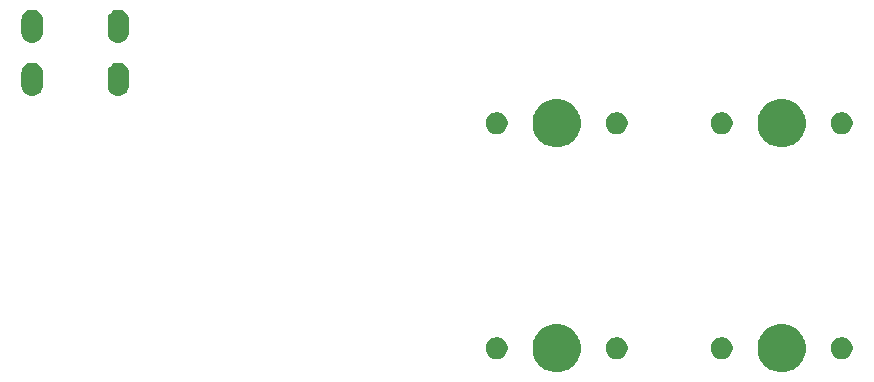
<source format=gts>
G04 #@! TF.GenerationSoftware,KiCad,Pcbnew,(5.1.4)-1*
G04 #@! TF.CreationDate,2021-03-02T11:58:11-08:00*
G04 #@! TF.ProjectId,NMB-75,4e4d422d-3735-42e6-9b69-6361645f7063,rev?*
G04 #@! TF.SameCoordinates,Original*
G04 #@! TF.FileFunction,Soldermask,Top*
G04 #@! TF.FilePolarity,Negative*
%FSLAX46Y46*%
G04 Gerber Fmt 4.6, Leading zero omitted, Abs format (unit mm)*
G04 Created by KiCad (PCBNEW (5.1.4)-1) date 2021-03-02 11:58:11*
%MOMM*%
%LPD*%
G04 APERTURE LIST*
%ADD10C,0.100000*%
G04 APERTURE END LIST*
D10*
G36*
X138264474Y-108809434D02*
G01*
X138482474Y-108899733D01*
X138636623Y-108963583D01*
X138971548Y-109187373D01*
X139256377Y-109472202D01*
X139480167Y-109807127D01*
X139512562Y-109885336D01*
X139634316Y-110179276D01*
X139712900Y-110574344D01*
X139712900Y-110977156D01*
X139634316Y-111372224D01*
X139583451Y-111495022D01*
X139480167Y-111744373D01*
X139256377Y-112079298D01*
X138971548Y-112364127D01*
X138636623Y-112587917D01*
X138482474Y-112651767D01*
X138264474Y-112742066D01*
X137869406Y-112820650D01*
X137466594Y-112820650D01*
X137071526Y-112742066D01*
X136853526Y-112651767D01*
X136699377Y-112587917D01*
X136364452Y-112364127D01*
X136079623Y-112079298D01*
X135855833Y-111744373D01*
X135752549Y-111495022D01*
X135701684Y-111372224D01*
X135623100Y-110977156D01*
X135623100Y-110574344D01*
X135701684Y-110179276D01*
X135823438Y-109885336D01*
X135855833Y-109807127D01*
X136079623Y-109472202D01*
X136364452Y-109187373D01*
X136699377Y-108963583D01*
X136853526Y-108899733D01*
X137071526Y-108809434D01*
X137466594Y-108730850D01*
X137869406Y-108730850D01*
X138264474Y-108809434D01*
X138264474Y-108809434D01*
G37*
G36*
X157314474Y-108809434D02*
G01*
X157532474Y-108899733D01*
X157686623Y-108963583D01*
X158021548Y-109187373D01*
X158306377Y-109472202D01*
X158530167Y-109807127D01*
X158562562Y-109885336D01*
X158684316Y-110179276D01*
X158762900Y-110574344D01*
X158762900Y-110977156D01*
X158684316Y-111372224D01*
X158633451Y-111495022D01*
X158530167Y-111744373D01*
X158306377Y-112079298D01*
X158021548Y-112364127D01*
X157686623Y-112587917D01*
X157532474Y-112651767D01*
X157314474Y-112742066D01*
X156919406Y-112820650D01*
X156516594Y-112820650D01*
X156121526Y-112742066D01*
X155903526Y-112651767D01*
X155749377Y-112587917D01*
X155414452Y-112364127D01*
X155129623Y-112079298D01*
X154905833Y-111744373D01*
X154802549Y-111495022D01*
X154751684Y-111372224D01*
X154673100Y-110977156D01*
X154673100Y-110574344D01*
X154751684Y-110179276D01*
X154873438Y-109885336D01*
X154905833Y-109807127D01*
X155129623Y-109472202D01*
X155414452Y-109187373D01*
X155749377Y-108963583D01*
X155903526Y-108899733D01*
X156121526Y-108809434D01*
X156516594Y-108730850D01*
X156919406Y-108730850D01*
X157314474Y-108809434D01*
X157314474Y-108809434D01*
G37*
G36*
X162068104Y-109885335D02*
G01*
X162236626Y-109955139D01*
X162388291Y-110056478D01*
X162517272Y-110185459D01*
X162618611Y-110337124D01*
X162688415Y-110505646D01*
X162724000Y-110684547D01*
X162724000Y-110866953D01*
X162688415Y-111045854D01*
X162618611Y-111214376D01*
X162517272Y-111366041D01*
X162388291Y-111495022D01*
X162236626Y-111596361D01*
X162068104Y-111666165D01*
X161889203Y-111701750D01*
X161706797Y-111701750D01*
X161527896Y-111666165D01*
X161359374Y-111596361D01*
X161207709Y-111495022D01*
X161078728Y-111366041D01*
X160977389Y-111214376D01*
X160907585Y-111045854D01*
X160872000Y-110866953D01*
X160872000Y-110684547D01*
X160907585Y-110505646D01*
X160977389Y-110337124D01*
X161078728Y-110185459D01*
X161207709Y-110056478D01*
X161359374Y-109955139D01*
X161527896Y-109885335D01*
X161706797Y-109849750D01*
X161889203Y-109849750D01*
X162068104Y-109885335D01*
X162068104Y-109885335D01*
G37*
G36*
X151908104Y-109885335D02*
G01*
X152076626Y-109955139D01*
X152228291Y-110056478D01*
X152357272Y-110185459D01*
X152458611Y-110337124D01*
X152528415Y-110505646D01*
X152564000Y-110684547D01*
X152564000Y-110866953D01*
X152528415Y-111045854D01*
X152458611Y-111214376D01*
X152357272Y-111366041D01*
X152228291Y-111495022D01*
X152076626Y-111596361D01*
X151908104Y-111666165D01*
X151729203Y-111701750D01*
X151546797Y-111701750D01*
X151367896Y-111666165D01*
X151199374Y-111596361D01*
X151047709Y-111495022D01*
X150918728Y-111366041D01*
X150817389Y-111214376D01*
X150747585Y-111045854D01*
X150712000Y-110866953D01*
X150712000Y-110684547D01*
X150747585Y-110505646D01*
X150817389Y-110337124D01*
X150918728Y-110185459D01*
X151047709Y-110056478D01*
X151199374Y-109955139D01*
X151367896Y-109885335D01*
X151546797Y-109849750D01*
X151729203Y-109849750D01*
X151908104Y-109885335D01*
X151908104Y-109885335D01*
G37*
G36*
X143018104Y-109885335D02*
G01*
X143186626Y-109955139D01*
X143338291Y-110056478D01*
X143467272Y-110185459D01*
X143568611Y-110337124D01*
X143638415Y-110505646D01*
X143674000Y-110684547D01*
X143674000Y-110866953D01*
X143638415Y-111045854D01*
X143568611Y-111214376D01*
X143467272Y-111366041D01*
X143338291Y-111495022D01*
X143186626Y-111596361D01*
X143018104Y-111666165D01*
X142839203Y-111701750D01*
X142656797Y-111701750D01*
X142477896Y-111666165D01*
X142309374Y-111596361D01*
X142157709Y-111495022D01*
X142028728Y-111366041D01*
X141927389Y-111214376D01*
X141857585Y-111045854D01*
X141822000Y-110866953D01*
X141822000Y-110684547D01*
X141857585Y-110505646D01*
X141927389Y-110337124D01*
X142028728Y-110185459D01*
X142157709Y-110056478D01*
X142309374Y-109955139D01*
X142477896Y-109885335D01*
X142656797Y-109849750D01*
X142839203Y-109849750D01*
X143018104Y-109885335D01*
X143018104Y-109885335D01*
G37*
G36*
X132858104Y-109885335D02*
G01*
X133026626Y-109955139D01*
X133178291Y-110056478D01*
X133307272Y-110185459D01*
X133408611Y-110337124D01*
X133478415Y-110505646D01*
X133514000Y-110684547D01*
X133514000Y-110866953D01*
X133478415Y-111045854D01*
X133408611Y-111214376D01*
X133307272Y-111366041D01*
X133178291Y-111495022D01*
X133026626Y-111596361D01*
X132858104Y-111666165D01*
X132679203Y-111701750D01*
X132496797Y-111701750D01*
X132317896Y-111666165D01*
X132149374Y-111596361D01*
X131997709Y-111495022D01*
X131868728Y-111366041D01*
X131767389Y-111214376D01*
X131697585Y-111045854D01*
X131662000Y-110866953D01*
X131662000Y-110684547D01*
X131697585Y-110505646D01*
X131767389Y-110337124D01*
X131868728Y-110185459D01*
X131997709Y-110056478D01*
X132149374Y-109955139D01*
X132317896Y-109885335D01*
X132496797Y-109849750D01*
X132679203Y-109849750D01*
X132858104Y-109885335D01*
X132858104Y-109885335D01*
G37*
G36*
X138264474Y-89759434D02*
G01*
X138482474Y-89849733D01*
X138636623Y-89913583D01*
X138971548Y-90137373D01*
X139256377Y-90422202D01*
X139480167Y-90757127D01*
X139512562Y-90835336D01*
X139634316Y-91129276D01*
X139712900Y-91524344D01*
X139712900Y-91927156D01*
X139634316Y-92322224D01*
X139583451Y-92445022D01*
X139480167Y-92694373D01*
X139256377Y-93029298D01*
X138971548Y-93314127D01*
X138636623Y-93537917D01*
X138482474Y-93601767D01*
X138264474Y-93692066D01*
X137869406Y-93770650D01*
X137466594Y-93770650D01*
X137071526Y-93692066D01*
X136853526Y-93601767D01*
X136699377Y-93537917D01*
X136364452Y-93314127D01*
X136079623Y-93029298D01*
X135855833Y-92694373D01*
X135752549Y-92445022D01*
X135701684Y-92322224D01*
X135623100Y-91927156D01*
X135623100Y-91524344D01*
X135701684Y-91129276D01*
X135823438Y-90835336D01*
X135855833Y-90757127D01*
X136079623Y-90422202D01*
X136364452Y-90137373D01*
X136699377Y-89913583D01*
X136853526Y-89849733D01*
X137071526Y-89759434D01*
X137466594Y-89680850D01*
X137869406Y-89680850D01*
X138264474Y-89759434D01*
X138264474Y-89759434D01*
G37*
G36*
X157314474Y-89759434D02*
G01*
X157532474Y-89849733D01*
X157686623Y-89913583D01*
X158021548Y-90137373D01*
X158306377Y-90422202D01*
X158530167Y-90757127D01*
X158562562Y-90835336D01*
X158684316Y-91129276D01*
X158762900Y-91524344D01*
X158762900Y-91927156D01*
X158684316Y-92322224D01*
X158633451Y-92445022D01*
X158530167Y-92694373D01*
X158306377Y-93029298D01*
X158021548Y-93314127D01*
X157686623Y-93537917D01*
X157532474Y-93601767D01*
X157314474Y-93692066D01*
X156919406Y-93770650D01*
X156516594Y-93770650D01*
X156121526Y-93692066D01*
X155903526Y-93601767D01*
X155749377Y-93537917D01*
X155414452Y-93314127D01*
X155129623Y-93029298D01*
X154905833Y-92694373D01*
X154802549Y-92445022D01*
X154751684Y-92322224D01*
X154673100Y-91927156D01*
X154673100Y-91524344D01*
X154751684Y-91129276D01*
X154873438Y-90835336D01*
X154905833Y-90757127D01*
X155129623Y-90422202D01*
X155414452Y-90137373D01*
X155749377Y-89913583D01*
X155903526Y-89849733D01*
X156121526Y-89759434D01*
X156516594Y-89680850D01*
X156919406Y-89680850D01*
X157314474Y-89759434D01*
X157314474Y-89759434D01*
G37*
G36*
X143018104Y-90835335D02*
G01*
X143186626Y-90905139D01*
X143338291Y-91006478D01*
X143467272Y-91135459D01*
X143568611Y-91287124D01*
X143638415Y-91455646D01*
X143674000Y-91634547D01*
X143674000Y-91816953D01*
X143638415Y-91995854D01*
X143568611Y-92164376D01*
X143467272Y-92316041D01*
X143338291Y-92445022D01*
X143186626Y-92546361D01*
X143018104Y-92616165D01*
X142839203Y-92651750D01*
X142656797Y-92651750D01*
X142477896Y-92616165D01*
X142309374Y-92546361D01*
X142157709Y-92445022D01*
X142028728Y-92316041D01*
X141927389Y-92164376D01*
X141857585Y-91995854D01*
X141822000Y-91816953D01*
X141822000Y-91634547D01*
X141857585Y-91455646D01*
X141927389Y-91287124D01*
X142028728Y-91135459D01*
X142157709Y-91006478D01*
X142309374Y-90905139D01*
X142477896Y-90835335D01*
X142656797Y-90799750D01*
X142839203Y-90799750D01*
X143018104Y-90835335D01*
X143018104Y-90835335D01*
G37*
G36*
X132858104Y-90835335D02*
G01*
X133026626Y-90905139D01*
X133178291Y-91006478D01*
X133307272Y-91135459D01*
X133408611Y-91287124D01*
X133478415Y-91455646D01*
X133514000Y-91634547D01*
X133514000Y-91816953D01*
X133478415Y-91995854D01*
X133408611Y-92164376D01*
X133307272Y-92316041D01*
X133178291Y-92445022D01*
X133026626Y-92546361D01*
X132858104Y-92616165D01*
X132679203Y-92651750D01*
X132496797Y-92651750D01*
X132317896Y-92616165D01*
X132149374Y-92546361D01*
X131997709Y-92445022D01*
X131868728Y-92316041D01*
X131767389Y-92164376D01*
X131697585Y-91995854D01*
X131662000Y-91816953D01*
X131662000Y-91634547D01*
X131697585Y-91455646D01*
X131767389Y-91287124D01*
X131868728Y-91135459D01*
X131997709Y-91006478D01*
X132149374Y-90905139D01*
X132317896Y-90835335D01*
X132496797Y-90799750D01*
X132679203Y-90799750D01*
X132858104Y-90835335D01*
X132858104Y-90835335D01*
G37*
G36*
X151908104Y-90835335D02*
G01*
X152076626Y-90905139D01*
X152228291Y-91006478D01*
X152357272Y-91135459D01*
X152458611Y-91287124D01*
X152528415Y-91455646D01*
X152564000Y-91634547D01*
X152564000Y-91816953D01*
X152528415Y-91995854D01*
X152458611Y-92164376D01*
X152357272Y-92316041D01*
X152228291Y-92445022D01*
X152076626Y-92546361D01*
X151908104Y-92616165D01*
X151729203Y-92651750D01*
X151546797Y-92651750D01*
X151367896Y-92616165D01*
X151199374Y-92546361D01*
X151047709Y-92445022D01*
X150918728Y-92316041D01*
X150817389Y-92164376D01*
X150747585Y-91995854D01*
X150712000Y-91816953D01*
X150712000Y-91634547D01*
X150747585Y-91455646D01*
X150817389Y-91287124D01*
X150918728Y-91135459D01*
X151047709Y-91006478D01*
X151199374Y-90905139D01*
X151367896Y-90835335D01*
X151546797Y-90799750D01*
X151729203Y-90799750D01*
X151908104Y-90835335D01*
X151908104Y-90835335D01*
G37*
G36*
X162068104Y-90835335D02*
G01*
X162236626Y-90905139D01*
X162388291Y-91006478D01*
X162517272Y-91135459D01*
X162618611Y-91287124D01*
X162688415Y-91455646D01*
X162724000Y-91634547D01*
X162724000Y-91816953D01*
X162688415Y-91995854D01*
X162618611Y-92164376D01*
X162517272Y-92316041D01*
X162388291Y-92445022D01*
X162236626Y-92546361D01*
X162068104Y-92616165D01*
X161889203Y-92651750D01*
X161706797Y-92651750D01*
X161527896Y-92616165D01*
X161359374Y-92546361D01*
X161207709Y-92445022D01*
X161078728Y-92316041D01*
X160977389Y-92164376D01*
X160907585Y-91995854D01*
X160872000Y-91816953D01*
X160872000Y-91634547D01*
X160907585Y-91455646D01*
X160977389Y-91287124D01*
X161078728Y-91135459D01*
X161207709Y-91006478D01*
X161359374Y-90905139D01*
X161527896Y-90835335D01*
X161706797Y-90799750D01*
X161889203Y-90799750D01*
X162068104Y-90835335D01*
X162068104Y-90835335D01*
G37*
G36*
X93427627Y-86623037D02*
G01*
X93597466Y-86674557D01*
X93753991Y-86758222D01*
X93789729Y-86787552D01*
X93891186Y-86870814D01*
X93974448Y-86972271D01*
X94003778Y-87008009D01*
X94087443Y-87164534D01*
X94138963Y-87334373D01*
X94152000Y-87466742D01*
X94152000Y-88555258D01*
X94138963Y-88687627D01*
X94087443Y-88857466D01*
X94003778Y-89013991D01*
X93974448Y-89049729D01*
X93891186Y-89151186D01*
X93753989Y-89263779D01*
X93597467Y-89347442D01*
X93597465Y-89347443D01*
X93427626Y-89398963D01*
X93251000Y-89416359D01*
X93074373Y-89398963D01*
X92904534Y-89347443D01*
X92748009Y-89263778D01*
X92712271Y-89234448D01*
X92610814Y-89151186D01*
X92498221Y-89013989D01*
X92414558Y-88857467D01*
X92414557Y-88857465D01*
X92363037Y-88687626D01*
X92350000Y-88555257D01*
X92350001Y-87466742D01*
X92363038Y-87334373D01*
X92414558Y-87164534D01*
X92498223Y-87008009D01*
X92527553Y-86972271D01*
X92610815Y-86870814D01*
X92712272Y-86787552D01*
X92748010Y-86758222D01*
X92904535Y-86674557D01*
X93074374Y-86623037D01*
X93251000Y-86605641D01*
X93427627Y-86623037D01*
X93427627Y-86623037D01*
G37*
G36*
X100727627Y-86623037D02*
G01*
X100897466Y-86674557D01*
X101053991Y-86758222D01*
X101089729Y-86787552D01*
X101191186Y-86870814D01*
X101274448Y-86972271D01*
X101303778Y-87008009D01*
X101387443Y-87164534D01*
X101438963Y-87334373D01*
X101452000Y-87466742D01*
X101452000Y-88555258D01*
X101438963Y-88687627D01*
X101387443Y-88857466D01*
X101303778Y-89013991D01*
X101274448Y-89049729D01*
X101191186Y-89151186D01*
X101053989Y-89263779D01*
X100897467Y-89347442D01*
X100897465Y-89347443D01*
X100727626Y-89398963D01*
X100551000Y-89416359D01*
X100374373Y-89398963D01*
X100204534Y-89347443D01*
X100048009Y-89263778D01*
X100012271Y-89234448D01*
X99910814Y-89151186D01*
X99798221Y-89013989D01*
X99714558Y-88857467D01*
X99714557Y-88857465D01*
X99663037Y-88687626D01*
X99650000Y-88555257D01*
X99650001Y-87466742D01*
X99663038Y-87334373D01*
X99714558Y-87164534D01*
X99798223Y-87008009D01*
X99827553Y-86972271D01*
X99910815Y-86870814D01*
X100012272Y-86787552D01*
X100048010Y-86758222D01*
X100204535Y-86674557D01*
X100374374Y-86623037D01*
X100551000Y-86605641D01*
X100727627Y-86623037D01*
X100727627Y-86623037D01*
G37*
G36*
X93427627Y-82123037D02*
G01*
X93597466Y-82174557D01*
X93753991Y-82258222D01*
X93789729Y-82287552D01*
X93891186Y-82370814D01*
X93974448Y-82472271D01*
X94003778Y-82508009D01*
X94087443Y-82664534D01*
X94138963Y-82834373D01*
X94152000Y-82966742D01*
X94152000Y-84055258D01*
X94138963Y-84187627D01*
X94087443Y-84357466D01*
X94003778Y-84513991D01*
X93974448Y-84549729D01*
X93891186Y-84651186D01*
X93753989Y-84763779D01*
X93597467Y-84847442D01*
X93597465Y-84847443D01*
X93427626Y-84898963D01*
X93251000Y-84916359D01*
X93074373Y-84898963D01*
X92904534Y-84847443D01*
X92748009Y-84763778D01*
X92712271Y-84734448D01*
X92610814Y-84651186D01*
X92498221Y-84513989D01*
X92414558Y-84357467D01*
X92414557Y-84357465D01*
X92363037Y-84187626D01*
X92350000Y-84055257D01*
X92350001Y-82966742D01*
X92363038Y-82834373D01*
X92414558Y-82664534D01*
X92498223Y-82508009D01*
X92527553Y-82472271D01*
X92610815Y-82370814D01*
X92712272Y-82287552D01*
X92748010Y-82258222D01*
X92904535Y-82174557D01*
X93074374Y-82123037D01*
X93251000Y-82105641D01*
X93427627Y-82123037D01*
X93427627Y-82123037D01*
G37*
G36*
X100727627Y-82123037D02*
G01*
X100897466Y-82174557D01*
X101053991Y-82258222D01*
X101089729Y-82287552D01*
X101191186Y-82370814D01*
X101274448Y-82472271D01*
X101303778Y-82508009D01*
X101387443Y-82664534D01*
X101438963Y-82834373D01*
X101452000Y-82966742D01*
X101452000Y-84055258D01*
X101438963Y-84187627D01*
X101387443Y-84357466D01*
X101303778Y-84513991D01*
X101274448Y-84549729D01*
X101191186Y-84651186D01*
X101053989Y-84763779D01*
X100897467Y-84847442D01*
X100897465Y-84847443D01*
X100727626Y-84898963D01*
X100551000Y-84916359D01*
X100374373Y-84898963D01*
X100204534Y-84847443D01*
X100048009Y-84763778D01*
X100012271Y-84734448D01*
X99910814Y-84651186D01*
X99798221Y-84513989D01*
X99714558Y-84357467D01*
X99714557Y-84357465D01*
X99663037Y-84187626D01*
X99650000Y-84055257D01*
X99650001Y-82966742D01*
X99663038Y-82834373D01*
X99714558Y-82664534D01*
X99798223Y-82508009D01*
X99827553Y-82472271D01*
X99910815Y-82370814D01*
X100012272Y-82287552D01*
X100048010Y-82258222D01*
X100204535Y-82174557D01*
X100374374Y-82123037D01*
X100551000Y-82105641D01*
X100727627Y-82123037D01*
X100727627Y-82123037D01*
G37*
M02*

</source>
